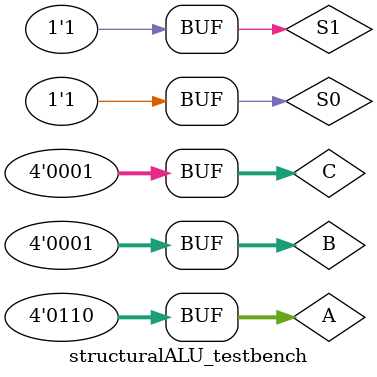
<source format=v>
`timescale 1ns / 1ps


module structuralALU_testbench;

	// Inputs
	reg [3:0] A;
	reg [3:0] B;
	reg S0;
	reg S1;
	reg [3:0] C;

	// Outputs
	wire [3:0] Y;

	// Instantiate the Unit Under Test (UUT)
	StructuraALU_lab2 uut (
		.A(A), 
		.B(B), 
		.S0(S0), 
		.S1(S1), 
		.C(C), 
		.Y(Y)
	);

	initial begin
		// Initialize Inputs
		A = 15;
		B = 0;
		C = 1;
		S0=0;
		S1=0;

		
		#100;
		A = 2;
		B = 0;
		C = 1;
		S0=0;
		S1=0;

		
		#100;
		A = 3;
		B = 3;
		C = 1;
		S0=0;
		S1=1;
		
		#100;
		A = 5;
		B = 2;
		S0 =0;
		S1=1;
		C = 1;
		
		
		#100;
		A = 10;
		B = 7;
		S0 =1;
		S1=0;
		C = 1;
		
		#100;
		A = 9;
		B = 5;
		S0 =1;
		S1=0;
		C=1;
		

		#100;
		
		A = 7;
		B = 1;
		S0 = 1;
		S1=1;
		C = 1;
		
		
		#100;
		
		A = 6;
		B = 1;
		S0 = 1;
		S1=1;
		C = 1;
		
		
        
	

	end
      
endmodule


</source>
